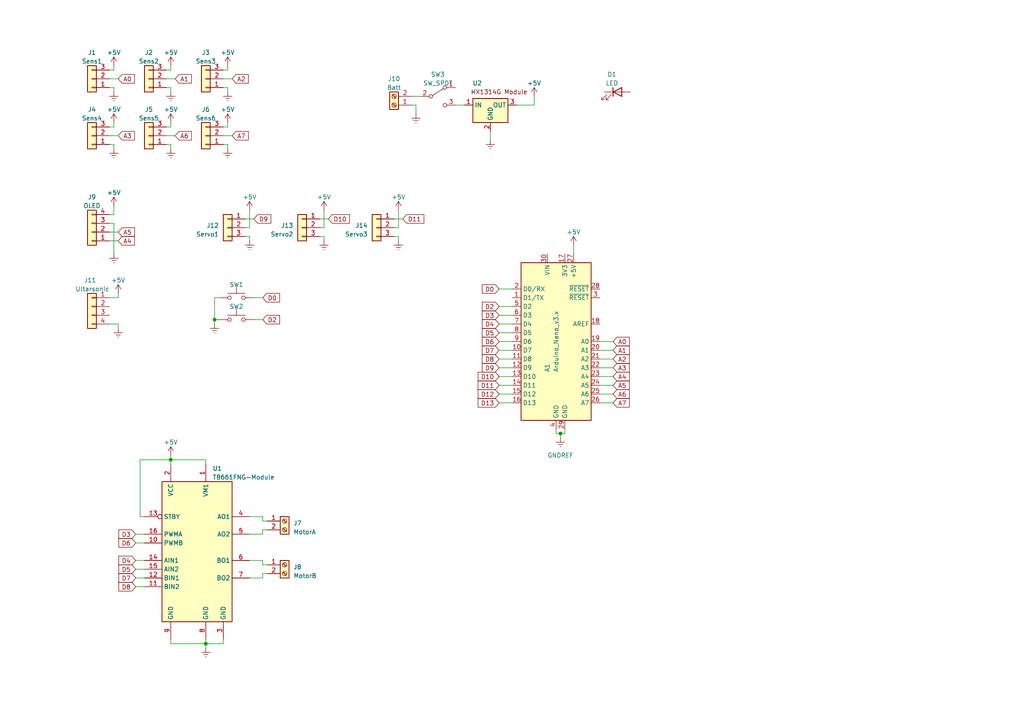
<source format=kicad_sch>
(kicad_sch (version 20230121) (generator eeschema)
  (paper "A4")
  (title_block (title "KBT Board") (date "2023-06-22") (company "Electronics KPP"))
  (lib_symbols
    (symbol "Connector:Screw_Terminal_01x02" (pin_names (offset 1.016) hide)
      (property "Reference" "J" (at 0 2.54 0))
      (property "Value" "Screw_Terminal_01x02" (at 0 -5.08 0))
      (symbol "Screw_Terminal_01x02_1_1"
        (rectangle (start -1.27 1.27) (end 1.27 -3.81) (stroke (width 0.254)) (fill (type background)))
        (circle (center 0 -2.54) (radius 0.635) (stroke (width 0.1524)))
        (polyline (pts (xy -0.5334 -2.2098) (xy 0.3302 -3.048)) (stroke (width 0.1524)))
        (polyline (pts (xy -0.5334 0.3302) (xy 0.3302 -0.508)) (stroke (width 0.1524)))
        (polyline (pts (xy -0.3556 -2.032) (xy 0.508 -2.8702)) (stroke (width 0.1524)))
        (polyline (pts (xy -0.3556 0.508) (xy 0.508 -0.3302)) (stroke (width 0.1524)))
        (circle (center 0 0) (radius 0.635) (stroke (width 0.1524)))
        (pin passive line (at -5.08 0 0) (length 3.81) (name "Pin_1") (number "1"))
        (pin passive line (at -5.08 -2.54 0) (length 3.81) (name "Pin_2") (number "2"))
      )
    )
    (symbol "Connector_Generic:Conn_01x03" (pin_names (offset 1.016) hide)
      (property "Reference" "J" (at 0 5.08 0))
      (property "Value" "Conn_01x03" (at 0 -5.08 0))
      (symbol "Conn_01x03_1_1"
        (rectangle (start -1.27 -2.413) (end 0 -2.667) (stroke (width 0.1524)))
        (rectangle (start -1.27 0.127) (end 0 -0.127) (stroke (width 0.1524)))
        (rectangle (start -1.27 2.667) (end 0 2.413) (stroke (width 0.1524)))
        (rectangle (start -1.27 3.81) (end 1.27 -3.81) (stroke (width 0.254)) (fill (type background)))
        (pin passive line (at -5.08 2.54 0) (length 3.81) (name "Pin_1") (number "1"))
        (pin passive line (at -5.08 0 0) (length 3.81) (name "Pin_2") (number "2"))
        (pin passive line (at -5.08 -2.54 0) (length 3.81) (name "Pin_3") (number "3"))
      )
    )
    (symbol "Connector_Generic:Conn_01x04" (pin_names (offset 1.016) hide)
      (property "Reference" "J" (at 0 5.08 0))
      (property "Value" "Conn_01x04" (at 0 -7.62 0))
      (symbol "Conn_01x04_1_1"
        (rectangle (start -1.27 -4.953) (end 0 -5.207) (stroke (width 0.1524)))
        (rectangle (start -1.27 -2.413) (end 0 -2.667) (stroke (width 0.1524)))
        (rectangle (start -1.27 0.127) (end 0 -0.127) (stroke (width 0.1524)))
        (rectangle (start -1.27 2.667) (end 0 2.413) (stroke (width 0.1524)))
        (rectangle (start -1.27 3.81) (end 1.27 -6.35) (stroke (width 0.254)) (fill (type background)))
        (pin passive line (at -5.08 2.54 0) (length 3.81) (name "Pin_1") (number "1"))
        (pin passive line (at -5.08 0 0) (length 3.81) (name "Pin_2") (number "2"))
        (pin passive line (at -5.08 -2.54 0) (length 3.81) (name "Pin_3") (number "3"))
        (pin passive line (at -5.08 -5.08 0) (length 3.81) (name "Pin_4") (number "4"))
      )
    )
    (symbol "Device:LED" (pin_numbers hide) (pin_names (offset 1.016) hide)
      (property "Reference" "D" (at 0 2.54 0))
      (property "Value" "LED" (at 0 -2.54 0))
      (symbol "LED_0_1"
        (polyline (pts (xy -1.27 -1.27) (xy -1.27 1.27)) (stroke (width 0.254)))
        (polyline (pts (xy -1.27 0) (xy 1.27 0)))
        (polyline (pts (xy 1.27 -1.27) (xy 1.27 1.27) (xy -1.27 0) (xy 1.27 -1.27)) (stroke (width 0.254)))
        (polyline (pts (xy -3.048 -0.762) (xy -4.572 -2.286) (xy -3.81 -2.286) (xy -4.572 -2.286) (xy -4.572 -1.524)))
        (polyline (pts (xy -1.778 -0.762) (xy -3.302 -2.286) (xy -2.54 -2.286) (xy -3.302 -2.286) (xy -3.302 -1.524)))
      )
      (symbol "LED_1_1"
        (pin passive line (at -3.81 0 0) (length 2.54) (name "K") (number "1"))
        (pin passive line (at 3.81 0 180) (length 2.54) (name "A") (number "2"))
      )
    )
    (symbol "MCU_Module:Arduino_Nano_v3.x"
      (property "Reference" "A" (at -10.16 23.495 0))
      (property "Value" "Arduino_Nano_v3.x" (at 5.08 -24.13 0))
      (symbol "Arduino_Nano_v3.x_0_1"
        (rectangle (start -10.16 22.86) (end 10.16 -22.86) (stroke (width 0.254)) (fill (type background)))
      )
      (symbol "Arduino_Nano_v3.x_1_1"
        (pin bidirectional line (at -12.7 12.7 0) (length 2.54) (name "D1/TX") (number "1"))
        (pin bidirectional line (at -12.7 -2.54 0) (length 2.54) (name "D7") (number "10"))
        (pin bidirectional line (at -12.7 -5.08 0) (length 2.54) (name "D8") (number "11"))
        (pin bidirectional line (at -12.7 -7.62 0) (length 2.54) (name "D9") (number "12"))
        (pin bidirectional line (at -12.7 -10.16 0) (length 2.54) (name "D10") (number "13"))
        (pin bidirectional line (at -12.7 -12.7 0) (length 2.54) (name "D11") (number "14"))
        (pin bidirectional line (at -12.7 -15.24 0) (length 2.54) (name "D12") (number "15"))
        (pin bidirectional line (at -12.7 -17.78 0) (length 2.54) (name "D13") (number "16"))
        (pin power_out line (at 2.54 25.4 270) (length 2.54) (name "3V3") (number "17"))
        (pin input line (at 12.7 5.08 180) (length 2.54) (name "AREF") (number "18"))
        (pin bidirectional line (at 12.7 0 180) (length 2.54) (name "A0") (number "19"))
        (pin bidirectional line (at -12.7 15.24 0) (length 2.54) (name "D0/RX") (number "2"))
        (pin bidirectional line (at 12.7 -2.54 180) (length 2.54) (name "A1") (number "20"))
        (pin bidirectional line (at 12.7 -5.08 180) (length 2.54) (name "A2") (number "21"))
        (pin bidirectional line (at 12.7 -7.62 180) (length 2.54) (name "A3") (number "22"))
        (pin bidirectional line (at 12.7 -10.16 180) (length 2.54) (name "A4") (number "23"))
        (pin bidirectional line (at 12.7 -12.7 180) (length 2.54) (name "A5") (number "24"))
        (pin bidirectional line (at 12.7 -15.24 180) (length 2.54) (name "A6") (number "25"))
        (pin bidirectional line (at 12.7 -17.78 180) (length 2.54) (name "A7") (number "26"))
        (pin power_out line (at 5.08 25.4 270) (length 2.54) (name "+5V") (number "27"))
        (pin input line (at 12.7 15.24 180) (length 2.54) (name "~{RESET}") (number "28"))
        (pin power_in line (at 2.54 -25.4 90) (length 2.54) (name "GND") (number "29"))
        (pin input line (at 12.7 12.7 180) (length 2.54) (name "~{RESET}") (number "3"))
        (pin power_in line (at -2.54 25.4 270) (length 2.54) (name "VIN") (number "30"))
        (pin power_in line (at 0 -25.4 90) (length 2.54) (name "GND") (number "4"))
        (pin bidirectional line (at -12.7 10.16 0) (length 2.54) (name "D2") (number "5"))
        (pin bidirectional line (at -12.7 7.62 0) (length 2.54) (name "D3") (number "6"))
        (pin bidirectional line (at -12.7 5.08 0) (length 2.54) (name "D4") (number "7"))
        (pin bidirectional line (at -12.7 2.54 0) (length 2.54) (name "D5") (number "8"))
        (pin bidirectional line (at -12.7 0 0) (length 2.54) (name "D6") (number "9"))
      )
    )
    (symbol "New_Library:HX1314G"
      (property "Reference" "U" (at -5.08 2.54 0))
      (symbol "HX1314G_0_1"
        (rectangle (start -5.08 -1.905) (end 5.08 -8.89) (stroke (width 0.254)) (fill (type background)))
      )
      (symbol "HX1314G_1_1"
        (text "HX1314G Module" (at 2.54 0 0) (effects (font (size 1.27 1.27))))
        (pin power_in line (at -7.62 -3.81 0) (length 2.54) (name "IN") (number "1"))
        (pin power_in line (at 0 -11.43 90) (length 2.54) (name "GND") (number "2"))
        (pin power_out line (at 7.62 -3.81 180) (length 2.54) (name "OUT") (number "3"))
      )
    )
    (symbol "New_Library:TB661FNG-Module"
      (property "Reference" "U" (at -5.08 1.27 0))
      (property "Value" "TB661FNG-Module" (at 2.54 -1.27 0))
      (symbol "TB661FNG-Module_0_1"
        (rectangle (start -20.32 -2.54) (end 0 -43.18) (stroke (width 0.254)) (fill (type background)))
      )
      (symbol "TB661FNG-Module_1_1"
        (pin power_in line (at -7.62 2.54 270) (length 5.08) (name "VM1") (number "1"))
        (pin input line (at -25.4 -20.32 0) (length 5.08) (name "PWMB") (number "10"))
        (pin input line (at -25.4 -33.02 0) (length 5.08) (name "BIN2") (number "11"))
        (pin input line (at -25.4 -30.48 0) (length 5.08) (name "BIN1") (number "12"))
        (pin input inverted (at -25.4 -12.7 0) (length 5.08) (name "STBY") (number "13"))
        (pin input line (at -25.4 -25.4 0) (length 5.08) (name "AIN1") (number "14"))
        (pin input line (at -25.4 -27.94 0) (length 5.08) (name "AIN2") (number "15"))
        (pin input line (at -25.4 -17.78 0) (length 5.08) (name "PWMA") (number "16"))
        (pin power_in line (at -17.78 2.54 270) (length 5.08) (name "VCC") (number "2"))
        (pin power_in line (at -2.54 -48.26 90) (length 5.08) (name "GND") (number "3"))
        (pin output line (at 5.08 -12.7 180) (length 5.08) (name "AO1") (number "4"))
        (pin output line (at 5.08 -17.78 180) (length 5.08) (name "AO2") (number "5"))
        (pin output line (at 5.08 -25.4 180) (length 5.08) (name "BO1") (number "6"))
        (pin output line (at 5.08 -30.48 180) (length 5.08) (name "BO2") (number "7"))
        (pin power_in line (at -7.62 -48.26 90) (length 5.08) (name "GND") (number "8"))
        (pin power_in line (at -17.78 -48.26 90) (length 5.08) (name "GND") (number "9"))
      )
    )
    (symbol "Switch:SW_Push" (pin_numbers hide) (pin_names (offset 1.016) hide)
      (property "Reference" "SW" (at 1.27 2.54 0))
      (property "Value" "SW_Push" (at 0 -1.524 0))
      (symbol "SW_Push_0_1"
        (circle (center -2.032 0) (radius 0.508))
        (polyline (pts (xy 0 1.27) (xy 0 3.048)))
        (polyline (pts (xy 2.54 1.27) (xy -2.54 1.27)))
        (circle (center 2.032 0) (radius 0.508))
        (pin passive line (at -5.08 0 0) (length 2.54) (name "1") (number "1"))
        (pin passive line (at 5.08 0 180) (length 2.54) (name "2") (number "2"))
      )
    )
    (symbol "Switch:SW_SPDT" (pin_names (offset 0) hide)
      (property "Reference" "SW" (at 0 4.318 0))
      (property "Value" "SW_SPDT" (at 0 -5.08 0))
      (symbol "SW_SPDT_0_0"
        (circle (center -2.032 0) (radius 0.508))
        (circle (center 2.032 -2.54) (radius 0.508))
      )
      (symbol "SW_SPDT_0_1"
        (polyline (pts (xy -1.524 0.254) (xy 1.651 2.286)))
        (circle (center 2.032 2.54) (radius 0.508))
      )
      (symbol "SW_SPDT_1_1"
        (pin passive line (at 5.08 2.54 180) (length 2.54) (name "A") (number "1"))
        (pin passive line (at -5.08 0 0) (length 2.54) (name "B") (number "2"))
        (pin passive line (at 5.08 -2.54 180) (length 2.54) (name "C") (number "3"))
      )
    )
    (symbol "power:+5V" (power) (pin_names (offset 0))
      (property "Value" "+5V" (at 0 3.556 0))
      (symbol "+5V_0_1"
        (polyline (pts (xy -0.762 1.27) (xy 0 2.54)))
        (polyline (pts (xy 0 0) (xy 0 2.54)))
        (polyline (pts (xy 0 2.54) (xy 0.762 1.27)))
      )
      (symbol "+5V_1_1"
        (pin power_in line (at 0 0 90) (length 0) hide (name "+5V") (number "1"))
      )
    )
    (symbol "power:GNDREF" (power) (pin_names (offset 0))
      (property "Value" "GNDREF" (at 0 -3.81 0))
      (symbol "GNDREF_0_1"
        (polyline (pts (xy -0.635 -1.905) (xy 0.635 -1.905)))
        (polyline (pts (xy -0.127 -2.54) (xy 0.127 -2.54)))
        (polyline (pts (xy 0 -1.27) (xy 0 0)))
        (polyline (pts (xy 1.27 -1.27) (xy -1.27 -1.27)))
      )
      (symbol "GNDREF_1_1"
        (pin power_in line (at 0 0 270) (length 0) hide (name "GNDREF") (number "1"))
      )
    )
  )
  (junction (at 162.56 125.73))
  (junction (at 62.23 92.71))
  (junction (at 49.53 133.35))
  (junction (at 59.69 186.69))
  (wire (pts (xy 144.78 99.06) (xy 148.59 99.06)))
  (wire (pts (xy 173.99 109.22) (xy 177.8 109.22)))
  (wire (pts (xy 76.2 153.67) (xy 76.2 154.94)))
  (wire (pts (xy 73.66 92.71) (xy 76.2 92.71)))
  (wire (pts (xy 40.64 133.35) (xy 49.53 133.35)))
  (wire (pts (xy 71.12 66.04) (xy 72.39 66.04)))
  (wire (pts (xy 76.2 154.94) (xy 72.39 154.94)))
  (wire (pts (xy 77.47 166.37) (xy 76.2 166.37)))
  (wire (pts (xy 132.08 30.48) (xy 134.62 30.48)))
  (wire (pts (xy 92.71 66.04) (xy 93.98 66.04)))
  (wire (pts (xy 48.26 22.86) (xy 50.8 22.86)))
  (wire (pts (xy 93.98 66.04) (xy 93.98 60.96)))
  (wire (pts (xy 49.53 20.32) (xy 49.53 19.05)))
  (wire (pts (xy 64.77 39.37) (xy 67.31 39.37)))
  (wire (pts (xy 39.37 167.64) (xy 41.91 167.64)))
  (wire (pts (xy 59.69 186.69) (xy 59.69 187.96)))
  (wire (pts (xy 59.69 134.62) (xy 59.69 133.35)))
  (wire (pts (xy 39.37 170.18) (xy 41.91 170.18)))
  (wire (pts (xy 33.02 73.66) (xy 33.02 64.77)))
  (wire (pts (xy 115.57 66.04) (xy 115.57 60.96)))
  (wire (pts (xy 144.78 106.68) (xy 148.59 106.68)))
  (wire (pts (xy 49.53 25.4) (xy 49.53 26.67)))
  (wire (pts (xy 92.71 63.5) (xy 95.25 63.5)))
  (wire (pts (xy 31.75 86.36) (xy 34.29 86.36)))
  (wire (pts (xy 62.23 92.71) (xy 63.5 92.71)))
  (wire (pts (xy 144.78 93.98) (xy 148.59 93.98)))
  (wire (pts (xy 144.78 91.44) (xy 148.59 91.44)))
  (wire (pts (xy 59.69 186.69) (xy 64.77 186.69)))
  (wire (pts (xy 31.75 69.85) (xy 34.29 69.85)))
  (wire (pts (xy 39.37 157.48) (xy 41.91 157.48)))
  (wire (pts (xy 31.75 20.32) (xy 33.02 20.32)))
  (wire (pts (xy 33.02 20.32) (xy 33.02 19.05)))
  (wire (pts (xy 33.02 41.91) (xy 33.02 43.18)))
  (wire (pts (xy 49.53 36.83) (xy 49.53 35.56)))
  (wire (pts (xy 119.38 30.48) (xy 120.65 30.48)))
  (wire (pts (xy 119.38 27.94) (xy 121.92 27.94)))
  (wire (pts (xy 114.3 63.5) (xy 116.84 63.5)))
  (wire (pts (xy 162.56 125.73) (xy 162.56 127)))
  (wire (pts (xy 48.26 39.37) (xy 50.8 39.37)))
  (wire (pts (xy 34.29 93.98) (xy 34.29 95.25)))
  (wire (pts (xy 144.78 116.84) (xy 148.59 116.84)))
  (wire (pts (xy 76.2 151.13) (xy 77.47 151.13)))
  (wire (pts (xy 64.77 25.4) (xy 66.04 25.4)))
  (wire (pts (xy 48.26 36.83) (xy 49.53 36.83)))
  (wire (pts (xy 73.66 86.36) (xy 76.2 86.36)))
  (wire (pts (xy 72.39 66.04) (xy 72.39 60.96)))
  (wire (pts (xy 144.78 96.52) (xy 148.59 96.52)))
  (wire (pts (xy 173.99 99.06) (xy 177.8 99.06)))
  (wire (pts (xy 39.37 154.94) (xy 41.91 154.94)))
  (wire (pts (xy 34.29 86.36) (xy 34.29 85.09)))
  (wire (pts (xy 72.39 149.86) (xy 76.2 149.86)))
  (wire (pts (xy 64.77 185.42) (xy 64.77 186.69)))
  (wire (pts (xy 66.04 41.91) (xy 66.04 43.18)))
  (wire (pts (xy 66.04 36.83) (xy 66.04 35.56)))
  (wire (pts (xy 33.02 62.23) (xy 31.75 62.23)))
  (wire (pts (xy 120.65 30.48) (xy 120.65 33.02)))
  (wire (pts (xy 163.83 124.46) (xy 163.83 125.73)))
  (wire (pts (xy 33.02 25.4) (xy 33.02 26.67)))
  (wire (pts (xy 59.69 133.35) (xy 49.53 133.35)))
  (wire (pts (xy 48.26 25.4) (xy 49.53 25.4)))
  (wire (pts (xy 31.75 41.91) (xy 33.02 41.91)))
  (wire (pts (xy 72.39 68.58) (xy 72.39 69.85)))
  (wire (pts (xy 49.53 133.35) (xy 49.53 134.62)))
  (wire (pts (xy 144.78 114.3) (xy 148.59 114.3)))
  (wire (pts (xy 62.23 92.71) (xy 62.23 93.98)))
  (wire (pts (xy 161.29 124.46) (xy 161.29 125.73)))
  (wire (pts (xy 33.02 36.83) (xy 33.02 35.56)))
  (wire (pts (xy 33.02 64.77) (xy 31.75 64.77)))
  (wire (pts (xy 173.99 101.6) (xy 177.8 101.6)))
  (wire (pts (xy 39.37 165.1) (xy 41.91 165.1)))
  (wire (pts (xy 49.53 186.69) (xy 59.69 186.69)))
  (wire (pts (xy 48.26 20.32) (xy 49.53 20.32)))
  (wire (pts (xy 173.99 104.14) (xy 177.8 104.14)))
  (wire (pts (xy 31.75 39.37) (xy 34.29 39.37)))
  (wire (pts (xy 66.04 20.32) (xy 66.04 19.05)))
  (wire (pts (xy 93.98 68.58) (xy 92.71 68.58)))
  (wire (pts (xy 93.98 69.85) (xy 93.98 68.58)))
  (wire (pts (xy 144.78 104.14) (xy 148.59 104.14)))
  (wire (pts (xy 76.2 149.86) (xy 76.2 151.13)))
  (wire (pts (xy 64.77 22.86) (xy 67.31 22.86)))
  (wire (pts (xy 77.47 153.67) (xy 76.2 153.67)))
  (wire (pts (xy 49.53 41.91) (xy 49.53 43.18)))
  (wire (pts (xy 49.53 185.42) (xy 49.53 186.69)))
  (wire (pts (xy 71.12 68.58) (xy 72.39 68.58)))
  (wire (pts (xy 173.99 111.76) (xy 177.8 111.76)))
  (wire (pts (xy 142.24 38.1) (xy 142.24 40.64)))
  (wire (pts (xy 144.78 101.6) (xy 148.59 101.6)))
  (wire (pts (xy 31.75 22.86) (xy 34.29 22.86)))
  (wire (pts (xy 39.37 162.56) (xy 41.91 162.56)))
  (wire (pts (xy 62.23 86.36) (xy 62.23 92.71)))
  (wire (pts (xy 49.53 132.08) (xy 49.53 133.35)))
  (wire (pts (xy 173.99 114.3) (xy 177.8 114.3)))
  (wire (pts (xy 31.75 67.31) (xy 34.29 67.31)))
  (wire (pts (xy 64.77 36.83) (xy 66.04 36.83)))
  (wire (pts (xy 76.2 167.64) (xy 72.39 167.64)))
  (wire (pts (xy 144.78 88.9) (xy 148.59 88.9)))
  (wire (pts (xy 71.12 63.5) (xy 73.66 63.5)))
  (wire (pts (xy 161.29 125.73) (xy 162.56 125.73)))
  (wire (pts (xy 64.77 41.91) (xy 66.04 41.91)))
  (wire (pts (xy 144.78 111.76) (xy 148.59 111.76)))
  (wire (pts (xy 31.75 93.98) (xy 34.29 93.98)))
  (wire (pts (xy 59.69 185.42) (xy 59.69 186.69)))
  (wire (pts (xy 154.94 27.94) (xy 154.94 30.48)))
  (wire (pts (xy 64.77 20.32) (xy 66.04 20.32)))
  (wire (pts (xy 76.2 162.56) (xy 72.39 162.56)))
  (wire (pts (xy 166.37 71.12) (xy 166.37 73.66)))
  (wire (pts (xy 66.04 25.4) (xy 66.04 26.67)))
  (wire (pts (xy 76.2 166.37) (xy 76.2 167.64)))
  (wire (pts (xy 76.2 163.83) (xy 76.2 162.56)))
  (wire (pts (xy 48.26 41.91) (xy 49.53 41.91)))
  (wire (pts (xy 33.02 59.69) (xy 33.02 62.23)))
  (wire (pts (xy 162.56 125.73) (xy 163.83 125.73)))
  (wire (pts (xy 154.94 30.48) (xy 149.86 30.48)))
  (wire (pts (xy 40.64 149.86) (xy 40.64 133.35)))
  (wire (pts (xy 41.91 149.86) (xy 40.64 149.86)))
  (wire (pts (xy 31.75 36.83) (xy 33.02 36.83)))
  (wire (pts (xy 31.75 25.4) (xy 33.02 25.4)))
  (wire (pts (xy 63.5 86.36) (xy 62.23 86.36)))
  (wire (pts (xy 114.3 68.58) (xy 115.57 68.58)))
  (wire (pts (xy 173.99 106.68) (xy 177.8 106.68)))
  (wire (pts (xy 115.57 68.58) (xy 115.57 69.85)))
  (wire (pts (xy 77.47 163.83) (xy 76.2 163.83)))
  (wire (pts (xy 144.78 83.82) (xy 148.59 83.82)))
  (wire (pts (xy 144.78 109.22) (xy 148.59 109.22)))
  (wire (pts (xy 114.3 66.04) (xy 115.57 66.04)))
  (wire (pts (xy 173.99 116.84) (xy 177.8 116.84)))
  (global_label "A6" (shape input) (at 50.8 39.37 0) (property "Intersheetrefs" "${INTERSHEET_REFS}" (effects hide)))
  (global_label "A6" (shape input) (at 177.8 114.3 0) (property "Intersheetrefs" "${INTERSHEET_REFS}" (effects hide)))
  (global_label "A3" (shape input) (at 34.29 39.37 0) (property "Intersheetrefs" "${INTERSHEET_REFS}" (effects hide)))
  (global_label "A2" (shape input) (at 67.31 22.86 0) (property "Intersheetrefs" "${INTERSHEET_REFS}" (effects hide)))
  (global_label "D9" (shape input) (at 73.66 63.5 0) (property "Intersheetrefs" "${INTERSHEET_REFS}" (effects hide)))
  (global_label "A5" (shape input) (at 34.29 67.31 0) (property "Intersheetrefs" "${INTERSHEET_REFS}" (effects hide)))
  (global_label "D2" (shape input) (at 144.78 88.9 180) (property "Intersheetrefs" "${INTERSHEET_REFS}" (effects hide)))
  (global_label "D11" (shape input) (at 144.78 111.76 180) (property "Intersheetrefs" "${INTERSHEET_REFS}" (effects hide)))
  (global_label "A7" (shape input) (at 177.8 116.84 0) (property "Intersheetrefs" "${INTERSHEET_REFS}" (effects hide)))
  (global_label "A0" (shape input) (at 177.8 99.06 0) (property "Intersheetrefs" "${INTERSHEET_REFS}" (effects hide)))
  (global_label "D4" (shape input) (at 144.78 93.98 180) (property "Intersheetrefs" "${INTERSHEET_REFS}" (effects hide)))
  (global_label "D10" (shape input) (at 144.78 109.22 180) (property "Intersheetrefs" "${INTERSHEET_REFS}" (effects hide)))
  (global_label "D9" (shape input) (at 144.78 106.68 180) (property "Intersheetrefs" "${INTERSHEET_REFS}" (effects hide)))
  (global_label "D6" (shape input) (at 144.78 99.06 180) (property "Intersheetrefs" "${INTERSHEET_REFS}" (effects hide)))
  (global_label "D6" (shape input) (at 39.37 157.48 180) (property "Intersheetrefs" "${INTERSHEET_REFS}" (effects hide)))
  (global_label "D3" (shape input) (at 39.37 154.94 180) (property "Intersheetrefs" "${INTERSHEET_REFS}" (effects hide)))
  (global_label "A4" (shape input) (at 34.29 69.85 0) (property "Intersheetrefs" "${INTERSHEET_REFS}" (effects hide)))
  (global_label "D8" (shape input) (at 39.37 170.18 180) (property "Intersheetrefs" "${INTERSHEET_REFS}" (effects hide)))
  (global_label "A1" (shape input) (at 177.8 101.6 0) (property "Intersheetrefs" "${INTERSHEET_REFS}" (effects hide)))
  (global_label "A4" (shape input) (at 177.8 109.22 0) (property "Intersheetrefs" "${INTERSHEET_REFS}" (effects hide)))
  (global_label "D10" (shape input) (at 95.25 63.5 0) (property "Intersheetrefs" "${INTERSHEET_REFS}" (effects hide)))
  (global_label "D5" (shape input) (at 39.37 165.1 180) (property "Intersheetrefs" "${INTERSHEET_REFS}" (effects hide)))
  (global_label "A0" (shape input) (at 34.29 22.86 0) (property "Intersheetrefs" "${INTERSHEET_REFS}" (effects hide)))
  (global_label "D0" (shape input) (at 76.2 86.36 0) (property "Intersheetrefs" "${INTERSHEET_REFS}" (effects hide)))
  (global_label "D7" (shape input) (at 144.78 101.6 180) (property "Intersheetrefs" "${INTERSHEET_REFS}" (effects hide)))
  (global_label "D5" (shape input) (at 144.78 96.52 180) (property "Intersheetrefs" "${INTERSHEET_REFS}" (effects hide)))
  (global_label "A3" (shape input) (at 177.8 106.68 0) (property "Intersheetrefs" "${INTERSHEET_REFS}" (effects hide)))
  (global_label "D11" (shape input) (at 116.84 63.5 0) (property "Intersheetrefs" "${INTERSHEET_REFS}" (effects hide)))
  (global_label "A2" (shape input) (at 177.8 104.14 0) (property "Intersheetrefs" "${INTERSHEET_REFS}" (effects hide)))
  (global_label "A5" (shape input) (at 177.8 111.76 0) (property "Intersheetrefs" "${INTERSHEET_REFS}" (effects hide)))
  (global_label "D2" (shape input) (at 76.2 92.71 0) (property "Intersheetrefs" "${INTERSHEET_REFS}" (effects hide)))
  (global_label "D7" (shape input) (at 39.37 167.64 180) (property "Intersheetrefs" "${INTERSHEET_REFS}" (effects hide)))
  (global_label "D12" (shape input) (at 144.78 114.3 180) (property "Intersheetrefs" "${INTERSHEET_REFS}" (effects hide)))
  (global_label "D3" (shape input) (at 144.78 91.44 180) (property "Intersheetrefs" "${INTERSHEET_REFS}" (effects hide)))
  (global_label "D13" (shape input) (at 144.78 116.84 180) (property "Intersheetrefs" "${INTERSHEET_REFS}" (effects hide)))
  (global_label "D0" (shape input) (at 144.78 83.82 180) (property "Intersheetrefs" "${INTERSHEET_REFS}" (effects hide)))
  (global_label "A1" (shape input) (at 50.8 22.86 0) (property "Intersheetrefs" "${INTERSHEET_REFS}" (effects hide)))
  (global_label "D4" (shape input) (at 39.37 162.56 180) (property "Intersheetrefs" "${INTERSHEET_REFS}" (effects hide)))
  (global_label "D8" (shape input) (at 144.78 104.14 180) (property "Intersheetrefs" "${INTERSHEET_REFS}" (effects hide)))
  (global_label "A7" (shape input) (at 67.31 39.37 0) (property "Intersheetrefs" "${INTERSHEET_REFS}" (effects hide)))
  (symbol (lib_id "Connector_Generic:Conn_01x03") (at 26.67 22.86 180) (unit 1)
    (property "Reference" "J1" (at 26.67 15.24 0))
    (property "Value" "Sens1" (at 26.67 17.78 0))
    (property "Footprint" "Connector:FanPinHeader_1x03_P2.54mm_Vertical" (effects hide))
  )
  (symbol (lib_id "power:GNDREF") (at 66.04 26.67 0) (unit 1)
    (property "Reference" "#PWR020" (effects hide))
    (property "Value" "GNDREF" (effects hide))
  )
  (symbol (lib_id "Connector_Generic:Conn_01x03") (at 43.18 22.86 180) (unit 1)
    (property "Reference" "J2" (at 43.18 15.24 0))
    (property "Value" "Sens2" (at 43.18 17.78 0))
    (property "Footprint" "Connector:FanPinHeader_1x03_P2.54mm_Vertical" (effects hide))
  )
  (symbol (lib_id "power:GNDREF") (at 142.24 40.64 0) (unit 1)
    (property "Reference" "#PWR09" (effects hide))
    (property "Value" "GNDREF" (effects hide))
  )
  (symbol (lib_id "power:GNDREF") (at 59.69 187.96 0) (unit 1)
    (property "Reference" "#PWR05" (effects hide))
    (property "Value" "GNDREF" (effects hide))
  )
  (symbol (lib_id "power:+5V") (at 93.98 60.96 0) (unit 1)
    (property "Reference" "#PWR026" (effects hide))
    (property "Value" "+5V" (at 93.98 57.15 0))
  )
  (symbol (lib_id "Connector_Generic:Conn_01x04") (at 26.67 67.31 180) (unit 1)
    (property "Reference" "J9" (at 26.67 57.15 0))
    (property "Value" "OLED" (at 26.67 59.69 0))
  )
  (symbol (lib_id "Connector:Screw_Terminal_01x02") (at 82.55 163.83 0) (unit 1)
    (property "Reference" "J8" (at 85.09 164.465 0) (effects (justify left)))
    (property "Value" "MotorB" (at 85.09 167.005 0) (effects (justify left)))
  )
  (symbol (lib_id "Connector_Generic:Conn_01x03") (at 109.22 66.04 0) (mirror y) (unit 1)
    (property "Reference" "J14" (at 106.68 65.405 0) (effects (justify left)))
    (property "Value" "Servo3" (at 106.68 67.945 0) (effects (justify left)))
  )
  (symbol (lib_id "power:+5V") (at 66.04 35.56 0) (unit 1)
    (property "Reference" "#PWR021" (effects hide))
    (property "Value" "+5V" (at 66.04 31.75 0))
  )
  (symbol (lib_id "power:+5V") (at 49.53 35.56 0) (unit 1)
    (property "Reference" "#PWR017" (effects hide))
    (property "Value" "+5V" (at 49.53 31.75 0))
  )
  (symbol (lib_id "power:+5V") (at 115.57 60.96 0) (unit 1)
    (property "Reference" "#PWR027" (effects hide))
    (property "Value" "+5V" (at 115.57 57.15 0))
  )
  (symbol (lib_id "Connector_Generic:Conn_01x03") (at 66.04 66.04 0) (mirror y) (unit 1)
    (property "Reference" "J12" (at 63.5 65.405 0) (effects (justify left)))
    (property "Value" "Servo1" (at 63.5 67.945 0) (effects (justify left)))
  )
  (symbol (lib_id "Switch:SW_SPDT") (at 127 27.94 0) (unit 1)
    (property "Reference" "SW3" (at 127 21.59 0))
    (property "Value" "SW_SPDT" (at 127 24.13 0))
  )
  (symbol (lib_id "Connector:Screw_Terminal_01x02") (at 114.3 30.48 180) (unit 1)
    (property "Reference" "J10" (at 114.3 22.86 0))
    (property "Value" "Batt" (at 114.3 25.4 0))
  )
  (symbol (lib_id "Connector_Generic:Conn_01x03") (at 87.63 66.04 0) (mirror y) (unit 1)
    (property "Reference" "J13" (at 85.09 65.405 0) (effects (justify left)))
    (property "Value" "Servo2" (at 85.09 67.945 0) (effects (justify left)))
  )
  (symbol (lib_id "Device:LED") (at 179.07 26.67 0) (unit 1)
    (property "Reference" "D1" (at 177.4825 21.59 0))
    (property "Value" "LED" (at 177.4825 24.13 0))
  )
  (symbol (lib_id "power:GNDREF") (at 49.53 26.67 0) (unit 1)
    (property "Reference" "#PWR014" (effects hide))
    (property "Value" "GNDREF" (effects hide))
  )
  (symbol (lib_id "Connector_Generic:Conn_01x04") (at 26.67 88.9 0) (mirror y) (unit 1)
    (property "Reference" "J11" (at 27.94 81.28 0) (effects (justify left)))
    (property "Value" "Ultarsonic" (at 31.75 83.82 0) (effects (justify left)))
  )
  (symbol (lib_id "Connector_Generic:Conn_01x03") (at 59.69 22.86 180) (unit 1)
    (property "Reference" "J3" (at 59.69 15.24 0))
    (property "Value" "Sens3" (at 59.69 17.78 0))
    (property "Footprint" "Connector:FanPinHeader_1x03_P2.54mm_Vertical" (effects hide))
  )
  (symbol (lib_id "power:GNDREF") (at 33.02 26.67 0) (unit 1)
    (property "Reference" "#PWR011" (effects hide))
    (property "Value" "GNDREF" (effects hide))
  )
  (symbol (lib_id "power:+5V") (at 33.02 35.56 0) (unit 1)
    (property "Reference" "#PWR015" (effects hide))
    (property "Value" "+5V" (at 33.02 31.75 0))
  )
  (symbol (lib_id "Connector:Screw_Terminal_01x02") (at 82.55 151.13 0) (unit 1)
    (property "Reference" "J7" (at 85.09 151.765 0) (effects (justify left)))
    (property "Value" "MotorA" (at 85.09 154.305 0) (effects (justify left)))
  )
  (symbol (lib_id "power:+5V") (at 66.04 19.05 0) (unit 1)
    (property "Reference" "#PWR019" (effects hide))
    (property "Value" "+5V" (at 66.04 15.24 0))
  )
  (symbol (lib_id "Switch:SW_Push") (at 68.58 86.36 0) (unit 1)
    (property "Reference" "SW1" (at 68.58 82.55 0))
    (property "Value" "SW_Push" (effects hide))
  )
  (symbol (lib_id "power:+5V") (at 72.39 60.96 0) (unit 1)
    (property "Reference" "#PWR025" (effects hide))
    (property "Value" "+5V" (at 72.39 57.15 0))
  )
  (symbol (lib_id "power:+5V") (at 33.02 19.05 0) (unit 1)
    (property "Reference" "#PWR012" (effects hide))
    (property "Value" "+5V" (at 33.02 15.24 0))
  )
  (symbol (lib_id "power:GNDREF") (at 162.56 127 0) (unit 1)
    (property "Reference" "#PWR04" (effects hide))
    (property "Value" "GNDREF" (at 162.56 132.08 0))
  )
  (symbol (lib_id "power:+5V") (at 166.37 71.12 0) (unit 1)
    (property "Reference" "#PWR02" (effects hide))
    (property "Value" "+5V" (at 166.37 67.31 0))
  )
  (symbol (lib_id "New_Library:TB661FNG-Module") (at 67.31 137.16 0) (unit 1)
    (property "Reference" "U1" (at 61.6459 135.89 0) (effects (justify left)))
    (property "Value" "TB661FNG-Module" (at 61.6459 138.43 0) (effects (justify left)))
  )
  (symbol (lib_id "Switch:SW_Push") (at 68.58 92.71 0) (unit 1)
    (property "Reference" "SW2" (at 68.58 88.9 0))
    (property "Value" "SW_Push" (effects hide))
  )
  (symbol (lib_id "power:+5V") (at 154.94 27.94 0) (unit 1)
    (property "Reference" "#PWR010" (effects hide))
    (property "Value" "+5V" (at 154.94 24.13 0))
  )
  (symbol (lib_id "power:GNDREF") (at 33.02 73.66 0) (unit 1)
    (property "Reference" "#PWR06" (effects hide))
    (property "Value" "GNDREF" (effects hide))
  )
  (symbol (lib_id "power:+5V") (at 49.53 19.05 0) (unit 1)
    (property "Reference" "#PWR013" (effects hide))
    (property "Value" "+5V" (at 49.53 15.24 0))
  )
  (symbol (lib_id "power:GNDREF") (at 66.04 43.18 0) (unit 1)
    (property "Reference" "#PWR022" (effects hide))
    (property "Value" "GNDREF" (effects hide))
  )
  (symbol (lib_id "power:GNDREF") (at 49.53 43.18 0) (unit 1)
    (property "Reference" "#PWR018" (effects hide))
    (property "Value" "GNDREF" (effects hide))
  )
  (symbol (lib_id "power:GNDREF") (at 120.65 33.02 0) (unit 1)
    (property "Reference" "#PWR08" (effects hide))
    (property "Value" "GNDREF" (effects hide))
  )
  (symbol (lib_id "power:GNDREF") (at 34.29 95.25 0) (unit 1)
    (property "Reference" "#PWR024" (effects hide))
    (property "Value" "GNDREF" (effects hide))
  )
  (symbol (lib_id "power:GNDREF") (at 72.39 69.85 0) (unit 1)
    (property "Reference" "#PWR028" (effects hide))
    (property "Value" "GNDREF" (effects hide))
  )
  (symbol (lib_id "power:GNDREF") (at 115.57 69.85 0) (unit 1)
    (property "Reference" "#PWR030" (effects hide))
    (property "Value" "GNDREF" (effects hide))
  )
  (symbol (lib_id "MCU_Module:Arduino_Nano_v3.x") (at 161.29 99.06 0) (unit 1)
    (property "Reference" "A1" (at 158.75 107.95 90) (effects (justify left)))
    (property "Value" "Arduino_Nano_v3.x" (at 161.29 107.95 90) (effects (justify left)))
    (property "Footprint" "Module:Arduino_Nano" (effects hide))
    (property "Datasheet" "http://www.mouser.com/pdfdocs/Gravitech_Arduino_Nano3_0.pdf" (effects hide))
  )
  (symbol (lib_id "power:GNDREF") (at 62.23 93.98 0) (unit 1)
    (property "Reference" "#PWR01" (effects hide))
    (property "Value" "GNDREF" (effects hide))
  )
  (symbol (lib_id "Connector_Generic:Conn_01x03") (at 59.69 39.37 180) (unit 1)
    (property "Reference" "J6" (at 59.69 31.75 0))
    (property "Value" "Sens6" (at 59.69 34.29 0))
    (property "Footprint" "Connector:FanPinHeader_1x03_P2.54mm_Vertical" (effects hide))
  )
  (symbol (lib_id "power:GNDREF") (at 93.98 69.85 0) (unit 1)
    (property "Reference" "#PWR029" (effects hide))
    (property "Value" "GNDREF" (effects hide))
  )
  (symbol (lib_id "Connector_Generic:Conn_01x03") (at 26.67 39.37 180) (unit 1)
    (property "Reference" "J4" (at 26.67 31.75 0))
    (property "Value" "Sens4" (at 26.67 34.29 0))
    (property "Footprint" "Connector:FanPinHeader_1x03_P2.54mm_Vertical" (effects hide))
  )
  (symbol (lib_id "Connector_Generic:Conn_01x03") (at 43.18 39.37 180) (unit 1)
    (property "Reference" "J5" (at 43.18 31.75 0))
    (property "Value" "Sens5" (at 43.18 34.29 0))
    (property "Footprint" "Connector:FanPinHeader_1x03_P2.54mm_Vertical" (effects hide))
  )
  (symbol (lib_id "power:+5V") (at 33.02 59.69 0) (unit 1)
    (property "Reference" "#PWR07" (effects hide))
    (property "Value" "+5V" (at 33.02 55.88 0))
  )
  (symbol (lib_id "power:+5V") (at 34.29 85.09 0) (unit 1)
    (property "Reference" "#PWR023" (effects hide))
    (property "Value" "+5V" (at 34.29 81.28 0))
  )
  (symbol (lib_id "power:GNDREF") (at 33.02 43.18 0) (unit 1)
    (property "Reference" "#PWR016" (effects hide))
    (property "Value" "GNDREF" (effects hide))
  )
  (symbol (lib_id "power:+5V") (at 49.53 132.08 0) (unit 1)
    (property "Reference" "#PWR03" (effects hide))
    (property "Value" "+5V" (at 49.53 128.27 0))
  )
  (symbol (lib_id "New_Library:HX1314G") (at 142.24 26.67 0) (unit 1)
    (property "Reference" "U2" (at 138.43 24.13 0))
    (property "Value" "~" (at 137.16 26.67 0))
  )
)
</source>
